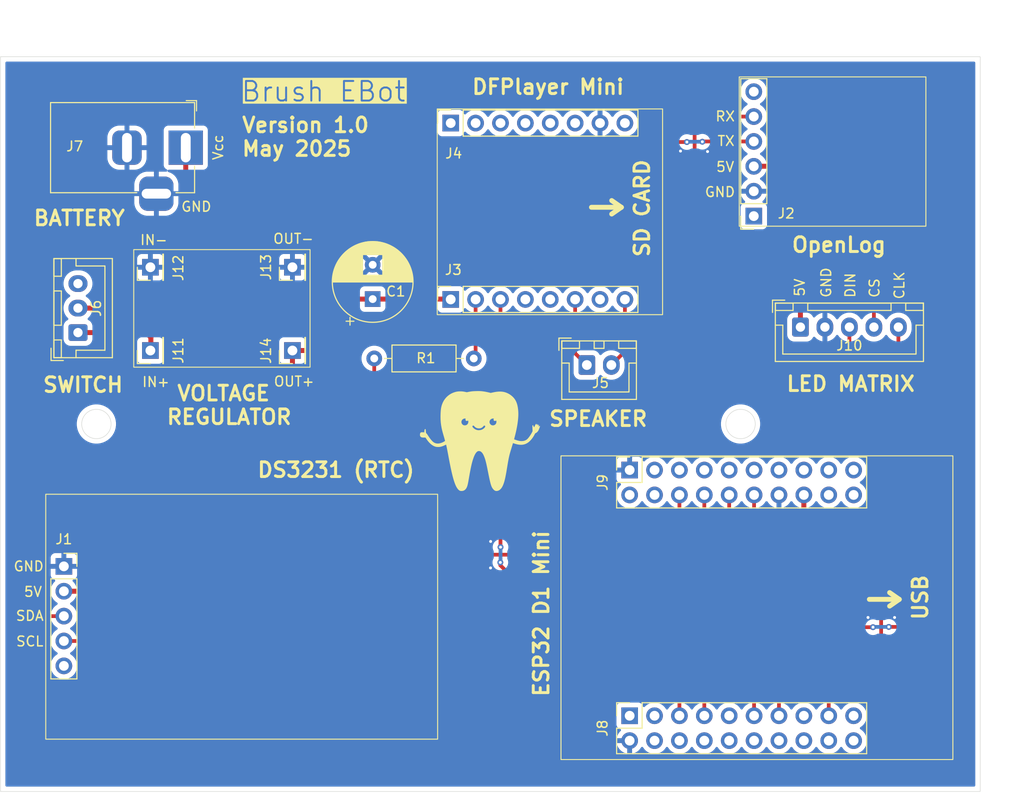
<source format=kicad_pcb>
(kicad_pcb (version 20241229) (generator "pcbnew") (generator_version "9.0")
  (layers (0 "F.Cu" signal) (2 "B.Cu" signal) (13 "F.Paste" user) (15 "B.Paste" user) (5 "F.SilkS" user "F.Silkscreen") (7 "B.SilkS" user "B.Silkscreen") (1 "F.Mask" user) (3 "B.Mask" user) (25 "Edge.Cuts" user))
  (net 0 "")
  (net 3 "+5V")
  (net 4 "GND")
  (net 5 "/RX_OPENLOG")
  (net 6 "/TX_OPENLOG")
  (net 8 "/SCL_RTC")
  (net 9 "/SDA_RTC")
  (net 12 "/SPEAKER_R")
  (net 14 "/SPEAKER_L")
  (net 15 "Net-(J3-Pin_2)")
  (net 16 "/TX_MIDI")
  (net 24 "/RX_MIDI")
  (net 26 "Net-(J6-Pin_2)")
  (net 31 "/SPI_CS")
  (net 33 "/SPI_SCK")
  (net 35 "/SPI_MOSI")
  (net 57 "VCC")
  (footprint "Connector_JST:JST_XH_B3B-XH-A_1x03_P2.50mm_Vertical" (layer "F.Cu") (at 102.99 73.69 90)
    (property "Reference" "J6" (at 2.48 1.84 90) (layer "F.SilkS"))
    (property "Value" "CONN_SWITCH")
    (pad "1" thru_hole roundrect (at 0 0 90) (size 1.7 1.95) (drill 0.95) (layers "*.Cu" "*.Mask") (roundrect_rratio 0.147059) (net 57 "VCC"))
    (pad "2" thru_hole oval (at 2.5 0 90) (size 1.7 1.95) (drill 0.95) (layers "*.Cu" "*.Mask") (net 26 "Net-(J6-Pin_2)"))
    (pad "3" thru_hole oval (at 5 0 90) (size 1.7 1.95) (drill 0.95) (layers "*.Cu" "*.Mask"))
  )
  (footprint "Connector_PinSocket_2.54mm:PinSocket_2x10_P2.54mm_Vertical" (layer "F.Cu") (at 159.3 87.72 90)
    (property "Reference" "J9" (at -1.27 -2.77 90) (layer "F.SilkS"))
    (property "Value" "CONN_ESP32_RIGHT")
    (pad "1" thru_hole rect (at 0 0 90) (size 1.7 1.7) (drill 1) (layers "*.Cu" "*.Mask") (net 4 "GND"))
    (pad "2" thru_hole oval (at -2.54 0 90) (size 1.7 1.7) (drill 1) (layers "*.Cu" "*.Mask"))
    (pad "3" thru_hole oval (at 0 2.54 90) (size 1.7 1.7) (drill 1) (layers "*.Cu" "*.Mask"))
    (pad "4" thru_hole oval (at -2.54 2.54 90) (size 1.7 1.7) (drill 1) (layers "*.Cu" "*.Mask"))
    (pad "5" thru_hole oval (at 0 5.08 90) (size 1.7 1.7) (drill 1) (layers "*.Cu" "*.Mask"))
    (pad "6" thru_hole oval (at -2.54 5.08 90) (size 1.7 1.7) (drill 1) (layers "*.Cu" "*.Mask") (net 5 "/RX_OPENLOG"))
    (pad "7" thru_hole oval (at 0 7.62 90) (size 1.7 1.7) (drill 1) (layers "*.Cu" "*.Mask"))
    (pad "8" thru_hole oval (at -2.54 7.62 90) (size 1.7 1.7) (drill 1) (layers "*.Cu" "*.Mask") (net 6 "/TX_OPENLOG"))
    (pad "9" thru_hole oval (at 0 10.16 90) (size 1.7 1.7) (drill 1) (layers "*.Cu" "*.Mask"))
    (pad "10" thru_hole oval (at -2.54 10.16 90) (size 1.7 1.7) (drill 1) (layers "*.Cu" "*.Mask") (net 24 "/RX_MIDI"))
    (pad "11" thru_hole oval (at 0 12.7 90) (size 1.7 1.7) (drill 1) (layers "*.Cu" "*.Mask"))
    (pad "12" thru_hole oval (at -2.54 12.7 90) (size 1.7 1.7) (drill 1) (layers "*.Cu" "*.Mask") (net 16 "/TX_MIDI"))
    (pad "13" thru_hole oval (at 0 15.24 90) (size 1.7 1.7) (drill 1) (layers "*.Cu" "*.Mask"))
    (pad "14" thru_hole oval (at -2.54 15.24 90) (size 1.7 1.7) (drill 1) (layers "*.Cu" "*.Mask") (net 4 "GND"))
    (pad "15" thru_hole oval (at 0 17.78 90) (size 1.7 1.7) (drill 1) (layers "*.Cu" "*.Mask"))
    (pad "16" thru_hole oval (at -2.54 17.78 90) (size 1.7 1.7) (drill 1) (layers "*.Cu" "*.Mask") (net 3 "+5V"))
    (pad "17" thru_hole oval (at 0 20.32 90) (size 1.7 1.7) (drill 1) (layers "*.Cu" "*.Mask"))
    (pad "18" thru_hole oval (at -2.54 20.32 90) (size 1.7 1.7) (drill 1) (layers "*.Cu" "*.Mask"))
    (pad "19" thru_hole oval (at 0 22.86 90) (size 1.7 1.7) (drill 1) (layers "*.Cu" "*.Mask"))
    (pad "20" thru_hole oval (at -2.54 22.86 90) (size 1.7 1.7) (drill 1) (layers "*.Cu" "*.Mask"))
  )
  (footprint "Connector_PinSocket_2.54mm:PinSocket_1x05_P2.54mm_Vertical" (layer "F.Cu") (at 101.55 97.55)
    (property "Reference" "J1" (at 0 -2.77 0) (layer "F.SilkS"))
    (property "Value" "CONN_RTC")
    (pad "1" thru_hole rect (at 0 0) (size 1.7 1.7) (drill 1) (layers "*.Cu" "*.Mask") (net 4 "GND"))
    (pad "2" thru_hole oval (at 0 2.54) (size 1.7 1.7) (drill 1) (layers "*.Cu" "*.Mask") (net 3 "+5V"))
    (pad "3" thru_hole oval (at 0 5.08) (size 1.7 1.7) (drill 1) (layers "*.Cu" "*.Mask") (net 9 "/SDA_RTC"))
    (pad "4" thru_hole oval (at 0 7.62) (size 1.7 1.7) (drill 1) (layers "*.Cu" "*.Mask") (net 8 "/SCL_RTC"))
    (pad "5" thru_hole oval (at 0 10.16) (size 1.7 1.7) (drill 1) (layers "*.Cu" "*.Mask"))
  )
  (footprint "Capacitor_THT:CP_Radial_D8.0mm_P3.50mm" (layer "F.Cu") (at 133.07 70.27 90)
    (property "Reference" "C1" (at 0.78 2.36 180) (layer "F.SilkS"))
    (property "Value" "100uF")
    (pad "1" thru_hole rect (at 0 0 90) (size 1.6 1.6) (drill 0.8) (layers "*.Cu" "*.Mask") (net 3 "+5V"))
    (pad "2" thru_hole circle (at 3.5 0 90) (size 1.6 1.6) (drill 0.8) (layers "*.Cu" "*.Mask") (net 4 "GND"))
  )
  (footprint "Connector_PinSocket_2.54mm:PinSocket_1x08_P2.54mm_Vertical" (layer "F.Cu") (at 141.035 70.305 90)
    (property "Reference" "J3" (at 3.015 0.265 180) (layer "F.SilkS"))
    (property "Value" "CONN_PLAYER_LEFT")
    (pad "1" thru_hole rect (at 0 0 90) (size 1.7 1.7) (drill 1) (layers "*.Cu" "*.Mask") (net 3 "+5V"))
    (pad "2" thru_hole oval (at 0 2.54 90) (size 1.7 1.7) (drill 1) (layers "*.Cu" "*.Mask") (net 15 "Net-(J3-Pin_2)"))
    (pad "3" thru_hole oval (at 0 5.08 90) (size 1.7 1.7) (drill 1) (layers "*.Cu" "*.Mask") (net 16 "/TX_MIDI"))
    (pad "4" thru_hole oval (at 0 7.62 90) (size 1.7 1.7) (drill 1) (layers "*.Cu" "*.Mask"))
    (pad "5" thru_hole oval (at 0 10.16 90) (size 1.7 1.7) (drill 1) (layers "*.Cu" "*.Mask"))
    (pad "6" thru_hole oval (at 0 12.7 90) (size 1.7 1.7) (drill 1) (layers "*.Cu" "*.Mask") (net 14 "/SPEAKER_L"))
    (pad "7" thru_hole oval (at 0 15.24 90) (size 1.7 1.7) (drill 1) (layers "*.Cu" "*.Mask"))
    (pad "8" thru_hole oval (at 0 17.78 90) (size 1.7 1.7) (drill 1) (layers "*.Cu" "*.Mask") (net 12 "/SPEAKER_R"))
  )
  (footprint "LOGO" (layer "F.Cu") (at 143.554452 89.337804)
    (property "Reference" "G***" (hide yes))
    (property "Value" "LOGO" (hide yes))
  )
  (footprint "Connector_PinHeader_2.54mm:PinHeader_1x01_P2.54mm_Vertical" (layer "F.Cu") (at 110.38 75.52 90)
    (property "Reference" "J11" (at 0 2.85 90) (layer "F.SilkS"))
    (property "Value" "CONN_IN_P")
    (pad "1" thru_hole rect (at 0 0 90) (size 1.7 1.7) (drill 1) (layers "*.Cu" "*.Mask") (net 57 "VCC"))
  )
  (footprint "Resistor_THT:R_Axial_DIN0207_L6.3mm_D2.5mm_P10.16mm_Horizontal" (layer "F.Cu") (at 133.23 76.33)
    (property "Reference" "R1" (at 5.27 -0.03 0) (layer "F.SilkS"))
    (property "Value" "1k")
    (pad "1" thru_hole circle (at 0 0) (size 1.6 1.6) (drill 0.8) (layers "*.Cu" "*.Mask") (net 24 "/RX_MIDI"))
    (pad "2" thru_hole oval (at 10.16 0) (size 1.6 1.6) (drill 0.8) (layers "*.Cu" "*.Mask") (net 15 "Net-(J3-Pin_2)"))
  )
  (footprint "Connector_PinHeader_2.54mm:PinHeader_1x01_P2.54mm_Vertical" (layer "F.Cu") (at 124.88 75.52 90)
    (property "Reference" "J14" (at -0.02 -2.7 90) (layer "F.SilkS"))
    (property "Value" "CONN_OUT_P")
    (pad "1" thru_hole rect (at 0 0 90) (size 1.7 1.7) (drill 1) (layers "*.Cu" "*.Mask") (net 3 "+5V"))
  )
  (footprint "Connector_BarrelJack:BarrelJack_Horizontal" (layer "F.Cu") (at 113.99 54.8125)
    (property "Reference" "J7" (at -11.33 -0.13 0) (layer "F.SilkS"))
    (property "Value" "BATT_CONNECTOR")
    (pad "1" thru_hole rect (at 0 0) (size 3.5 3.5) (drill oval 1 3) (layers "*.Cu" "*.Mask") (net 26 "Net-(J6-Pin_2)"))
    (pad "2" thru_hole roundrect (at -6 0) (size 3 3.5) (drill oval 1 3) (layers "*.Cu" "*.Mask") (net 4 "GND"))
    (pad "3" thru_hole roundrect (at -3 4.7) (size 3.5 3.5) (drill oval 3 1) (layers "*.Cu" "*.Mask") (net 4 "GND"))
  )
  (footprint "Connector_PinSocket_2.54mm:PinSocket_1x06_P2.54mm_Vertical" (layer "F.Cu") (at 171.97 61.8 180)
    (property "Reference" "J2" (at -3.31 0.27 180) (layer "F.SilkS"))
    (property "Value" "CONN_OPENLOG")
    (pad "1" thru_hole rect (at 0 0 180) (size 1.7 1.7) (drill 1) (layers "*.Cu" "*.Mask"))
    (pad "2" thru_hole oval (at 0 2.54 180) (size 1.7 1.7) (drill 1) (layers "*.Cu" "*.Mask") (net 4 "GND"))
    (pad "3" thru_hole oval (at 0 5.08 180) (size 1.7 1.7) (drill 1) (layers "*.Cu" "*.Mask") (net 3 "+5V"))
    (pad "4" thru_hole oval (at 0 7.62 180) (size 1.7 1.7) (drill 1) (layers "*.Cu" "*.Mask") (net 6 "/TX_OPENLOG"))
    (pad "5" thru_hole oval (at 0 10.16 180) (size 1.7 1.7) (drill 1) (layers "*.Cu" "*.Mask") (net 5 "/RX_OPENLOG"))
    (pad "6" thru_hole oval (at 0 12.7 180) (size 1.7 1.7) (drill 1) (layers "*.Cu" "*.Mask"))
  )
  (footprint "Connector_PinSocket_2.54mm:PinSocket_2x10_P2.54mm_Vertical" (layer "F.Cu") (at 159.3 112.8 90)
    (property "Reference" "J8" (at -1.27 -2.77 90) (layer "F.SilkS"))
    (property "Value" "CONN_ESP32_LEFT")
    (pad "1" thru_hole rect (at 0 0 90) (size 1.7 1.7) (drill 1) (layers "*.Cu" "*.Mask"))
    (pad "2" thru_hole oval (at -2.54 0 90) (size 1.7 1.7) (drill 1) (layers "*.Cu" "*.Mask") (net 4 "GND"))
    (pad "3" thru_hole oval (at 0 2.54 90) (size 1.7 1.7) (drill 1) (layers "*.Cu" "*.Mask"))
    (pad "4" thru_hole oval (at -2.54 2.54 90) (size 1.7 1.7) (drill 1) (layers "*.Cu" "*.Mask"))
    (pad "5" thru_hole oval (at 0 5.08 90) (size 1.7 1.7) (drill 1) (layers "*.Cu" "*.Mask") (net 8 "/SCL_RTC"))
    (pad "6" thru_hole oval (at -2.54 5.08 90) (size 1.7 1.7) (drill 1) (layers "*.Cu" "*.Mask"))
    (pad "7" thru_hole oval (at 0 7.62 90) (size 1.7 1.7) (drill 1) (layers "*.Cu" "*.Mask") (net 33 "/SPI_SCK"))
    (pad "8" thru_hole oval (at -2.54 7.62 90) (size 1.7 1.7) (drill 1) (layers "*.Cu" "*.Mask"))
    (pad "9" thru_hole oval (at 0 10.16 90) (size 1.7 1.7) (drill 1) (layers "*.Cu" "*.Mask"))
    (pad "10" thru_hole oval (at -2.54 10.16 90) (size 1.7 1.7) (drill 1) (layers "*.Cu" "*.Mask"))
    (pad "11" thru_hole oval (at 0 12.7 90) (size 1.7 1.7) (drill 1) (layers "*.Cu" "*.Mask") (net 35 "/SPI_MOSI"))
    (pad "12" thru_hole oval (at -2.54 12.7 90) (size 1.7 1.7) (drill 1) (layers "*.Cu" "*.Mask"))
    (pad "13" thru_hole oval (at 0 15.24 90) (size 1.7 1.7) (drill 1) (layers "*.Cu" "*.Mask") (net 31 "/SPI_CS"))
    (pad "14" thru_hole oval (at -2.54 15.24 90) (size 1.7 1.7) (drill 1) (layers "*.Cu" "*.Mask"))
    (pad "15" thru_hole oval (at 0 17.78 90) (size 1.7 1.7) (drill 1) (layers "*.Cu" "*.Mask"))
    (pad "16" thru_hole oval (at -2.54 17.78 90) (size 1.7 1.7) (drill 1) (layers "*.Cu" "*.Mask"))
    (pad "17" thru_hole oval (at 0 20.32 90) (size 1.7 1.7) (drill 1) (layers "*.Cu" "*.Mask") (net 9 "/SDA_RTC"))
    (pad "18" thru_hole oval (at -2.54 20.32 90) (size 1.7 1.7) (drill 1) (layers "*.Cu" "*.Mask"))
    (pad "19" thru_hole oval (at 0 22.86 90) (size 1.7 1.7) (drill 1) (layers "*.Cu" "*.Mask"))
    (pad "20" thru_hole oval (at -2.54 22.86 90) (size 1.7 1.7) (drill 1) (layers "*.Cu" "*.Mask"))
  )
  (footprint "Connector_PinHeader_2.54mm:PinHeader_1x01_P2.54mm_Vertical" (layer "F.Cu") (at 110.38 67.02 90)
    (property "Reference" "J12" (at -0.07 2.85 90) (layer "F.SilkS"))
    (property "Value" "CONN_IN_M")
    (pad "1" thru_hole rect (at 0 0 90) (size 1.7 1.7) (drill 1) (layers "*.Cu" "*.Mask") (net 4 "GND"))
  )
  (footprint "Connector_JST:JST_XH_B5B-XH-A_1x05_P2.50mm_Vertical" (layer "F.Cu") (at 176.73 73.13)
    (property "Reference" "J10" (at 5 1.88 0) (layer "F.SilkS"))
    (property "Value" "CONN_LED_MATRIX")
    (pad "1" thru_hole roundrect (at 0 0) (size 1.7 1.95) (drill 0.95) (layers "*.Cu" "*.Mask") (roundrect_rratio 0.147059) (net 3 "+5V"))
    (pad "2" thru_hole oval (at 2.5 0) (size 1.7 1.95) (drill 0.95) (layers "*.Cu" "*.Mask") (net 4 "GND"))
    (pad "3" thru_hole oval (at 5 0) (size 1.7 1.95) (drill 0.95) (layers "*.Cu" "*.Mask") (net 35 "/SPI_MOSI"))
    (pad "4" thru_hole oval (at 7.5 0) (size 1.7 1.95) (drill 0.95) (layers "*.Cu" "*.Mask") (net 31 "/SPI_CS"))
    (pad "5" thru_hole oval (at 10 0) (size 1.7 1.95) (drill 0.95) (layers "*.Cu" "*.Mask") (net 33 "/SPI_SCK"))
  )
  (footprint "Connector_PinHeader_2.54mm:PinHeader_1x01_P2.54mm_Vertical" (layer "F.Cu") (at 124.88 67.02 90)
    (property "Reference" "J13" (at 0.01 -2.7 90) (layer "F.SilkS"))
    (property "Value" "CONN_OUT_M")
    (pad "1" thru_hole rect (at 0 0 90) (size 1.7 1.7) (drill 1) (layers "*.Cu" "*.Mask") (net 4 "GND"))
  )
  (footprint "Connector_JST:JST_XH_B2B-XH-A_1x02_P2.50mm_Vertical" (layer "F.Cu") (at 154.93 77)
    (property "Reference" "J5" (at 1.39 1.835 0) (layer "F.SilkS"))
    (property "Value" "CONN_SPEAKER")
    (pad "1" thru_hole roundrect (at 0 0) (size 1.7 2) (drill 1) (layers "*.Cu" "*.Mask") (roundrect_rratio 0.147059) (net 14 "/SPEAKER_L"))
    (pad "2" thru_hole oval (at 2.5 0) (size 1.7 2) (drill 1) (layers "*.Cu" "*.Mask") (net 12 "/SPEAKER_R"))
  )
  (footprint "Connector_PinSocket_2.54mm:PinSocket_1x08_P2.54mm_Vertical" (layer "F.Cu") (at 141.035 52.305 90)
    (property "Reference" "J4" (at -3.105 0.305 180) (layer "F.SilkS"))
    (property "Value" "CONN_PLAYER_RIGHT")
    (pad "1" thru_hole rect (at 0 0 90) (size 1.7 1.7) (drill 1) (layers "*.Cu" "*.Mask"))
    (pad "2" thru_hole oval (at 0 2.54 90) (size 1.7 1.7) (drill 1) (layers "*.Cu" "*.Mask"))
    (pad "3" thru_hole oval (at 0 5.08 90) (size 1.7 1.7) (drill 1) (layers "*.Cu" "*.Mask"))
    (pad "4" thru_hole oval (at 0 7.62 90) (size 1.7 1.7) (drill 1) (layers "*.Cu" "*.Mask"))
    (pad "5" thru_hole oval (at 0 10.16 90) (size 1.7 1.7) (drill 1) (layers "*.Cu" "*.Mask"))
    (pad "6" thru_hole oval (at 0 12.7 90) (size 1.7 1.7) (drill 1) (layers "*.Cu" "*.Mask"))
    (pad "7" thru_hole oval (at 0 15.24 90) (size 1.7 1.7) (drill 1) (layers "*.Cu" "*.Mask") (net 4 "GND"))
    (pad "8" thru_hole oval (at 0 17.78 90) (size 1.7 1.7) (drill 1) (layers "*.Cu" "*.Mask"))
  )
  (gr_line (start 183.767018 100.918292) (end 186.817018 100.918292) (stroke (width 0.5)) (layer "F.SilkS"))
  (gr_rect (start 99.7 90.19) (end 139.7 115.19) (stroke (width 0.1)) (fill no) (layer "F.SilkS"))
  (gr_rect (start 170.485 47.59) (end 189.535 62.83) (stroke (width 0.1)) (fill no) (layer "F.SilkS"))
  (gr_line (start 158.45 60.9) (end 157.467018 61.588292) (stroke (width 0.5)) (layer "F.SilkS"))
  (gr_line (start 186.817018 100.918292) (end 185.834036 100.23) (stroke (width 0.5)) (layer "F.SilkS"))
  (gr_line (start 158.45 60.9) (end 157.467018 60.211708) (stroke (width 0.5)) (layer "F.SilkS"))
  (gr_line (start 155.4 60.9) (end 158.45 60.9) (stroke (width 0.5)) (layer "F.SilkS"))
  (gr_rect (start 108.68 65.22) (end 126.68 77.22) (stroke (width 0.1)) (fill no) (layer "F.SilkS"))
  (gr_rect (start 152.29 86.27) (end 192.29 117.27) (stroke (width 0.1)) (fill no) (layer "F.SilkS"))
  (gr_line (start 186.817018 100.918292) (end 185.834036 101.606584) (stroke (width 0.5)) (layer "F.SilkS"))
  (gr_rect (start 139.66 50.86) (end 162.66 71.86) (stroke (width 0.1)) (fill no) (layer "F.SilkS"))
  (gr_rect (start 95.08 45.53) (end 195.08 120.53) (stroke (width 0.05)) (fill no) (layer "Edge.Cuts"))
  (gr_circle (center 104.869172 83.02) (end 106.369172 83.02) (stroke (width 0.05)) (fill no) (layer "Edge.Cuts"))
  (gr_circle (center 170.62 83.02) (end 172.12 83.02) (stroke (width 0.05)) (fill no) (layer "Edge.Cuts"))
  (gr_text "5V" (at 98.4 100.15 0) (layer "F.SilkS") (effects (font (size 1 1))))
  (gr_text "DFPlayer Mini" (at 143.06 49.49 0) (layer "F.SilkS") (effects (font (size 1.5 1.5) (thickness 0.3) (bold yes)) (justify left bottom)))
  (gr_text "OUT-" (at 124.98 64.11 0) (layer "F.SilkS") (effects (font (size 1 1))))
  (gr_text "SCL" (at 98.07 105.21 0) (layer "F.SilkS") (effects (font (size 1 1))))
  (gr_text "SPEAKER\n" (at 150.93 83.37 0) (layer "F.SilkS") (effects (font (size 1.5 1.5) (thickness 0.3) (bold yes)) (justify left bottom)))
  (gr_text "Version 1.0\nMay 2025" (at 119.59 55.8 0) (layer "F.SilkS") (effects (font (size 1.5 1.5) (thickness 0.3) (bold yes)) (justify left bottom)))
  (gr_text "Brush EBot" (at 119.53 50.26 0) (layer "F.SilkS" knockout) (effects (font (size 2 2) (thickness 0.2) (bold yes)) (justify left bottom)))
  (gr_text "DS3231 (RTC)" (at 121.16 88.58 0) (layer "F.SilkS") (effects (font (size 1.5 1.5) (thickness 0.3) (bold yes)) (justify left bottom)))
  (gr_text "OUT+" (at 125.05 78.68 0) (layer "F.SilkS") (effects (font (size 1 1))))
  (gr_text "SWITCH\n" (at 99.27 79.9 0) (layer "F.SilkS") (effects (font (size 1.5 1.5) (thickness 0.3) (bold yes)) (justify left bottom)))
  (gr_text "USB" (at 189.837018 103.168292 90) (layer "F.SilkS") (effects (font (size 1.5 1.5) (thickness 0.3) (bold yes)) (justify left bottom)))
  (gr_text "ESP32 D1 Mini" (at 151.16 110.99 90) (layer "F.SilkS") (effects (font (size 1.5 1.5) (thickness 0.3) (bold yes)) (justify left bottom)))
  (gr_text "LED MATRIX" (at 175.16 79.8 0) (layer "F.SilkS") (effects (font (size 1.5 1.5) (thickness 0.3) (bold yes)) (justify left bottom)))
  (gr_text "TX" (at 169.14 54.13 0) (layer "F.SilkS") (effects (font (size 1 1))))
  (gr_text "IN+" (at 110.94 78.73 0) (layer "F.SilkS") (effects (font (size 1 1))))
  (gr_text "VOLTAGE \nREGULATOR" (at 118.42 83.18 0) (layer "F.SilkS") (effects (font (size 1.5 1.5) (thickness 0.3) (bold yes)) (justify bottom)))
  (gr_text "SD CARD" (at 161.44 66.12 90) (layer "F.SilkS") (effects (font (size 1.5 1.5) (thickness 0.3) (bold yes)) (justify left bottom)))
  (gr_text "CS" (at 184.29 69.14 90) (layer "F.SilkS") (effects (font (size 1 1))))
  (gr_text "5V" (at 176.66 69.09 90) (layer "F.SilkS") (effects (font (size 1 1))))
  (gr_text "GND" (at 179.36 68.58 90) (layer "F.SilkS") (effects (font (size 1 1))))
  (gr_text "GND" (at 168.52 59.34 0) (layer "F.SilkS") (effects (font (size 1 1))))
  (gr_text "IN-\n" (at 110.73 64.24 0) (layer "F.SilkS") (effects (font (size 1 1))))
  (gr_text "DIN" (at 181.82 68.86 90) (layer "F.SilkS") (effects (font (size 1 1))))
  (gr_text "GND" (at 115.07 60.84 0) (layer "F.SilkS") (effects (font (size 1 1))))
  (gr_text "SDA" (at 98.07 102.6 0) (layer "F.SilkS") (effects (font (size 1 1))))
  (gr_text "OpenLog\n" (at 175.71 65.61 0) (layer "F.SilkS") (effects (font (size 1.5 1.5) (thickness 0.3) (bold yes)) (justify left bottom)))
  (gr_text "BATTERY" (at 98.32 62.88 0) (layer "F.SilkS") (effects (font (size 1.5 1.5) (thickness 0.3) (bold yes)) (justify left bottom)))
  (gr_text "5V\n" (at 169.05 56.78 0) (layer "F.SilkS") (effects (font (size 1 1))))
  (gr_text "GND" (at 97.96 97.55 0) (layer "F.SilkS") (effects (font (size 1 1))))
  (gr_text "Vcc" (at 117.29 54.78 90) (layer "F.SilkS") (effects (font (size 1 1))))
  (gr_text "RX" (at 169.05 51.62 0) (layer "F.SilkS") (effects (font (size 1 1))))
  (gr_text "CLK" (at 186.83 68.87 90) (layer "F.SilkS") (effects (font (size 1 1))))
  (segment (start 124.88 82.88) (end 124.88 75.52) (width 0.508) (layer "F.Cu") (net 3))
  (segment (start 124.86 82.9) (end 124.88 82.88) (width 0.508) (layer "F.Cu") (net 3))
  (segment (start 129.12 70.27) (end 128.07 71.32) (width 0.508) (layer "F.Cu") (net 3))
  (segment (start 171.97 56.72) (end 171.98 56.71) (width 0.508) (layer "F.Cu") (net 3))
  (segment (start 122.04 100.09) (end 176.1 100.09) (width 0.508) (layer "F.Cu") (net 3))
  (segment (start 141 70.27) (end 141.035 70.305) (width 0.508) (layer "F.Cu") (net 3))
  (segment (start 124.88 75.52) (end 127.18 75.52) (width 0.508) (layer "F.Cu") (net 3))
  (segment (start 177.5 67.09) (end 190.79 67.09) (width 0.508) (layer "F.Cu") (net 3))
  (segment (start 191.7 66.18) (end 191.7 47.86) (width 0.508) (layer "F.Cu") (net 3))
  (segment (start 128.07 71.32) (end 128.07 50.91) (width 0.508) (layer "F.Cu") (net 3))
  (segment (start 128.07 74.63) (end 128.07 71.32) (width 0.508) (layer "F.Cu") (net 3))
  (segment (start 176.73 73.13) (end 176.73 67.86) (width 0.508) (layer "F.Cu") (net 3))
  (segment (start 191.7 47.86) (end 190.6 46.76) (width 0.508) (layer "F.Cu") (net 3))
  (segment (start 122.04 100.09) (end 123.3 100.09) (width 0.508) (layer "F.Cu") (net 3))
  (segment (start 176.73 67.86) (end 177.5 67.09) (width 0.508) (layer "F.Cu") (net 3))
  (segment (start 133.07 70.27) (end 141 70.27) (width 0.508) (layer "F.Cu") (net 3))
  (segment (start 177.03 55.86) (end 177.03 47.99) (width 0.508) (layer "F.Cu") (net 3))
  (segment (start 190.6 46.76) (end 175.8 46.76) (width 0.508) (layer "F.Cu") (net 3))
  (segment (start 101.55 100.09) (end 122.04 100.09) (width 0.508) (layer "F.Cu") (net 3))
  (segment (start 124.86 98.53) (end 124.86 82.9) (width 0.508) (layer "F.Cu") (net 3))
  (segment (start 177.08 99.11) (end 177.08 90.26) (width 0.508) (layer "F.Cu") (net 3))
  (segment (start 176.1 100.09) (end 177.08 99.11) (width 0.508) (layer "F.Cu") (net 3))
  (segment (start 128.07 50.91) (end 132.22 46.76) (width 0.508) (layer "F.Cu") (net 3))
  (segment (start 177.03 47.99) (end 175.8 46.76) (width 0.508) (layer "F.Cu") (net 3))
  (segment (start 127.18 75.52) (end 128.07 74.63) (width 0.508) (layer "F.Cu") (net 3))
  (segment (start 123.3 100.09) (end 124.86 98.53) (width 0.508) (layer "F.Cu") (net 3))
  (segment (start 190.79 67.09) (end 191.7 66.18) (width 0.508) (layer "F.Cu") (net 3))
  (segment (start 176.18 56.71) (end 177.03 55.86) (width 0.508) (layer "F.Cu") (net 3))
  (segment (start 171.98 56.71) (end 176.18 56.71) (width 0.508) (layer "F.Cu") (net 3))
  (segment (start 133.07 70.27) (end 129.12 70.27) (width 0.508) (layer "F.Cu") (net 3))
  (segment (start 132.22 46.76) (end 175.8 46.76) (width 0.508) (layer "F.Cu") (net 3))
  (via (at 186.34 102.77) (size 0.6) (drill 0.3) (layers "F.Cu" "B.Cu") (net 4))
  (via (at 145.11 95.01) (size 0.6) (drill 0.3) (layers "F.Cu" "B.Cu") (net 4))
  (via (at 167.25 55.21) (size 0.6) (drill 0.3) (layers "F.Cu" "B.Cu") (net 4))
  (via (at 145.1 97.71) (size 0.6) (drill 0.3) (layers "F.Cu" "B.Cu") (net 4))
  (via (at 164.49 55.16) (size 0.6) (drill 0.3) (layers "F.Cu" "B.Cu") (net 4))
  (via (at 183.63 102.77) (size 0.6) (drill 0.3) (layers "F.Cu" "B.Cu") (net 4))
  (segment (start 155.73 92.74) (end 163.52 92.74) (width 0.381) (layer "F.Cu") (net 5))
  (segment (start 171.97 51.64) (end 166.57 51.64) (width 0.381) (layer "F.Cu") (net 5))
  (segment (start 155.02 92.03) (end 155.73 92.74) (width 0.381) (layer "F.Cu") (net 5))
  (segment (start 164.38 91.88) (end 164.38 90.26) (width 0.381) (layer "F.Cu") (net 5))
  (segment (start 163.52 92.74) (end 164.38 91.88) (width 0.381) (layer "F.Cu") (net 5))
  (segment (start 166.57 51.64) (end 165.93 52.28) (width 0.381) (layer "F.Cu") (net 5))
  (segment (start 165.93 52.28) (end 165.93 83.12) (width 0.381) (layer "F.Cu") (net 5))
  (segment (start 155.65 83.78) (end 155.02 84.41) (width 0.381) (layer "F.Cu") (net 5))
  (segment (start 165.93 83.12) (end 165.27 83.78) (width 0.381) (layer "F.Cu") (net 5))
  (segment (start 165.27 83.78) (end 155.65 83.78) (width 0.381) (layer "F.Cu") (net 5))
  (segment (start 155.02 84.41) (end 155.02 92.03) (width 0.381) (layer "F.Cu") (net 5))
  (segment (start 153.98 82.01) (end 153.3 82.69) (width 0.381) (layer "F.Cu") (net 6))
  (segment (start 162.56 81.39) (end 161.94 82.01) (width 0.381) (layer "F.Cu") (net 6))
  (segment (start 171.97 54.18) (end 166.75 54.18) (width 0.381) (layer "F.Cu") (net 6))
  (segment (start 153.3 82.69) (end 153.3 93.74) (width 0.381) (layer "F.Cu") (net 6))
  (segment (start 154.05 94.49) (end 166.16 94.49) (width 0.381) (layer "F.Cu") (net 6))
  (segment (start 166.16 94.49) (end 166.92 93.73) (width 0.381) (layer "F.Cu") (net 6))
  (segment (start 166.92 93.73) (end 166.92 90.26) (width 0.381) (layer "F.Cu") (net 6))
  (segment (start 163.3 54.24) (end 162.56 54.98) (width 0.381) (layer "F.Cu") (net 6))
  (segment (start 166.75 54.18) (end 166.72 54.21) (width 0.381) (layer "F.Cu") (net 6))
  (segment (start 153.3 93.74) (end 154.05 94.49) (width 0.381) (layer "F.Cu") (net 6))
  (segment (start 162.56 54.98) (end 162.56 81.39) (width 0.381) (layer "F.Cu") (net 6))
  (segment (start 165.14 54.24) (end 163.3 54.24) (width 0.381) (layer "F.Cu") (net 6))
  (segment (start 161.94 82.01) (end 153.98 82.01) (width 0.381) (layer "F.Cu") (net 6))
  (via (at 166.72 54.21) (size 0.6) (drill 0.3) (layers "F.Cu" "B.Cu") (net 6))
  (via (at 165.14 54.24) (size 0.6) (drill 0.3) (layers "F.Cu" "B.Cu") (net 6))
  (segment (start 166.72 54.21) (end 165.17 54.21) (width 0.381) (layer "B.Cu") (net 6))
  (segment (start 165.17 54.21) (end 165.14 54.24) (width 0.381) (layer "B.Cu") (net 6))
  (segment (start 163.79 105.17) (end 164.38 105.76) (width 0.381) (layer "F.Cu") (net 8))
  (segment (start 101.55 105.17) (end 163.79 105.17) (width 0.381) (layer "F.Cu") (net 8))
  (segment (start 164.38 105.76) (end 164.38 112.8) (width 0.381) (layer "F.Cu") (net 8))
  (segment (start 99.95 102.63) (end 101.55 102.63) (width 0.381) (layer "F.Cu") (net 9))
  (segment (start 184.61 110.16) (end 185.36 110.91) (width 0.381) (layer "F.Cu") (net 9))
  (segment (start 179.62 110.46) (end 179.92 110.16) (width 0.381) (layer "F.Cu") (net 9))
  (segment (start 184.86 118.29) (end 100.04 118.29) (width 0.381) (layer "F.Cu") (net 9))
  (segment (start 98.55 104.03) (end 99.95 102.63) (width 0.381) (layer "F.Cu") (net 9))
  (segment (start 179.62 112.8) (end 179.62 110.46) (width 0.381) (layer "F.Cu") (net 9))
  (segment (start 98.55 116.8) (end 98.55 104.03) (width 0.381) (layer "F.Cu") (net 9))
  (segment (start 100.04 118.29) (end 98.55 116.8) (width 0.381) (layer "F.Cu") (net 9))
  (segment (start 179.92 110.16) (end 184.61 110.16) (width 0.381) (layer "F.Cu") (net 9))
  (segment (start 185.36 117.79) (end 184.86 118.29) (width 0.381) (layer "F.Cu") (net 9))
  (segment (start 185.36 110.91) (end 185.36 117.79) (width 0.381) (layer "F.Cu") (net 9))
  (segment (start 158.815 70.305) (end 158.815 75.615) (width 0.381) (layer "F.Cu") (net 12))
  (segment (start 158.815 75.615) (end 157.43 77) (width 0.381) (layer "F.Cu") (net 12))
  (segment (start 153.735 70.305) (end 153.735 75.805) (width 0.381) (layer "F.Cu") (net 14))
  (segment (start 153.735 75.805) (end 154.93 77) (width 0.381) (layer "F.Cu") (net 14))
  (segment (start 143.575 70.305) (end 143.575 76.145) (width 0.381) (layer "F.Cu") (net 15))
  (segment (start 143.575 76.145) (end 143.39 76.33) (width 0.381) (layer "F.Cu") (net 15))
  (segment (start 146.1 97.15) (end 146.1 97.44) (width 0.381) (layer "F.Cu") (net 16))
  (segment (start 146.115 95.585) (end 146.12 95.59) (width 0.381) (layer "F.Cu") (net 16))
  (segment (start 146.1 97.44) (end 147.29 98.63) (width 0.381) (layer "F.Cu") (net 16))
  (segment (start 170.68 98.63) (end 172 97.31) (width 0.381) (layer "F.Cu") (net 16))
  (segment (start 146.115 70.305) (end 146.115 95.585) (width 0.381) (layer "F.Cu") (net 16))
  (segment (start 147.29 98.63) (end 170.68 98.63) (width 0.381) (layer "F.Cu") (net 16))
  (segment (start 172 97.31) (end 172 90.26) (width 0.381) (layer "F.Cu") (net 16))
  (via (at 146.1 97.15) (size 0.6) (drill 0.3) (layers "F.Cu" "B.Cu") (net 16))
  (via (at 146.12 95.59) (size 0.6) (drill 0.3) (layers "F.Cu" "B.Cu") (net 16))
  (segment (start 146.12 97.13) (end 146.1 97.15) (width 0.381) (layer "B.Cu") (net 16))
  (segment (start 146.12 95.59) (end 146.12 97.13) (width 0.381) (layer "B.Cu") (net 16))
  (segment (start 134.16 96.36) (end 133.23 95.43) (width 0.381) (layer "F.Cu") (net 24))
  (segment (start 168.56 96.36) (end 134.16 96.36) (width 0.381) (layer "F.Cu") (net 24))
  (segment (start 169.46 95.46) (end 168.56 96.36) (width 0.381) (layer "F.Cu") (net 24))
  (segment (start 133.23 95.43) (end 133.23 76.33) (width 0.381) (layer "F.Cu") (net 24))
  (segment (start 169.46 90.26) (end 169.46 95.46) (width 0.381) (layer "F.Cu") (net 24))
  (segment (start 105.52 71.19) (end 102.99 71.19) (width 0.508) (layer "F.Cu") (net 26))
  (segment (start 106.15 70.56) (end 105.52 71.19) (width 0.508) (layer "F.Cu") (net 26))
  (segment (start 107.12 63.17) (end 106.15 64.14) (width 0.508) (layer "F.Cu") (net 26))
  (segment (start 113.99 54.8125) (end 113.99 62.35) (width 0.508) (layer "F.Cu") (net 26))
  (segment (start 106.15 64.14) (end 106.15 70.56) (width 0.508) (layer "F.Cu") (net 26))
  (segment (start 113.17 63.17) (end 107.12 63.17) (width 0.508) (layer "F.Cu") (net 26))
  (segment (start 113.99 62.35) (end 113.17 63.17) (width 0.508) (layer "F.Cu") (net 26))
  (segment (start 189.43 69.78) (end 184.96 69.78) (width 0.381) (layer "F.Cu") (net 31))
  (segment (start 175.28 108.12) (end 189.58 108.12) (width 0.381) (layer "F.Cu") (net 31))
  (segment (start 190.25 107.45) (end 190.25 70.6) (width 0.381) (layer "F.Cu") (net 31))
  (segment (start 184.23 70.51) (end 184.23 73.13) (width 0.381) (layer "F.Cu") (net 31))
  (segment (start 174.54 112.8) (end 174.54 108.86) (width 0.381) (layer "F.Cu") (net 31))
  (segment (start 189.58 108.12) (end 190.25 107.45) (width 0.381) (layer "F.Cu") (net 31))
  (segment (start 174.54 108.86) (end 175.28 108.12) (width 0.381) (layer "F.Cu") (net 31))
  (segment (start 184.96 69.78) (end 184.23 70.51) (width 0.381) (layer "F.Cu") (net 31))
  (segment (start 190.25 70.6) (end 189.43 69.78) (width 0.381) (layer "F.Cu") (net 31))
  (segment (start 187.21 103.73) (end 185.75 103.73) (width 0.381) (layer "F.Cu") (net 33))
  (segment (start 166.92 104.69) (end 166.92 112.8) (width 0.381) (layer "F.Cu") (net 33))
  (segment (start 184.14 103.76) (end 167.85 103.76) (width 0.381) (layer "F.Cu") (net 33))
  (segment (start 187.82 77.32) (end 187.82 103.12) (width 0.381) (layer "F.Cu") (net 33))
  (segment (start 187.82 103.12) (end 187.39 103.55) (width 0.381) (layer "F.Cu") (net 33))
  (segment (start 167.85 103.76) (end 166.92 104.69) (width 0.381) (layer "F.Cu") (net 33))
  (segment (start 186.73 76.23) (end 187.82 77.32) (width 0.381) (layer "F.Cu") (net 33))
  (segment (start 187.39 103.55) (end 187.21 103.73) (width 0.381) (layer "F.Cu") (net 33))
  (segment (start 186.73 73.13) (end 186.73 76.23) (width 0.381) (layer "F.Cu") (net 33))
  (via (at 184.14 103.76) (size 0.6) (drill 0.3) (layers "F.Cu" "B.Cu") (net 33))
  (via (at 185.75 103.73) (size 0.6) (drill 0.3) (layers "F.Cu" "B.Cu") (net 33))
  (segment (start 185.75 103.73) (end 184.17 103.73) (width 0.381) (layer "B.Cu") (net 33))
  (segment (start 184.17 103.73) (end 184.14 103.76) (width 0.381) (layer "B.Cu") (net 33))
  (segment (start 184.97 106.08) (end 184.97 85.83) (width 0.381) (layer "F.Cu") (net 35))
  (segment (start 184.38 106.67) (end 184.97 106.08) (width 0.381) (layer "F.Cu") (net 35))
  (segment (start 172.92 106.67) (end 184.38 106.67) (width 0.381) (layer "F.Cu") (net 35))
  (segment (start 172 112.8) (end 172 107.59) (width 0.381) (layer "F.Cu") (net 35))
  (segment (start 181.73 82.59) (end 181.73 73.13) (width 0.381) (layer "F.Cu") (net 35))
  (segment (start 172 107.59) (end 172.92 106.67) (width 0.381) (layer "F.Cu") (net 35))
  (segment (start 184.97 85.83) (end 181.73 82.59) (width 0.381) (layer "F.Cu") (net 35))
  (segment (start 102.99 73.69) (end 109.94 73.69) (width 0.508) (layer "F.Cu") (net 57))
  (segment (start 110.43 75.47) (end 110.38 75.52) (width 0.508) (layer "F.Cu") (net 57))
  (segment (start 109.94 73.69) (end 110.43 74.18) (width 0.508) (layer "F.Cu") (net 57))
  (segment (start 110.43 74.18) (end 110.43 75.47) (width 0.508) (layer "F.Cu") (net 57))
  (zone (net 4) (net_name "GND") (layer "B.Cu") (connect_pads (clearance 0.5)) (min_thickness 0.25) (fill yes (thermal_gap 0.5) (thermal_bridge_width 0.5))
    (polygon (pts (xy 95.08 45.53) (xy 195.08 45.53) (xy 195.08 120.53) (xy 95.08 120.53)))
  )
)
</source>
